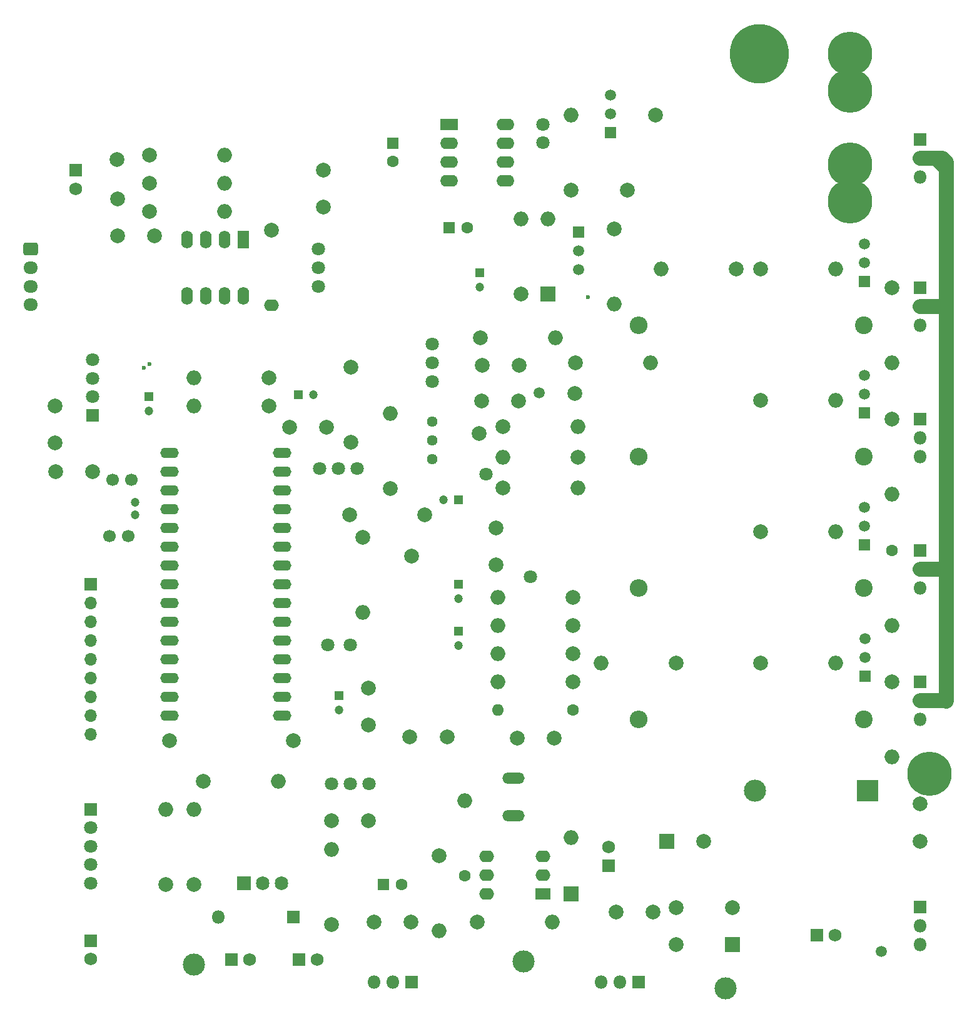
<source format=gbr>
%TF.GenerationSoftware,KiCad,Pcbnew,7.0.9-7.0.9~ubuntu23.04.1*%
%TF.CreationDate,2024-01-04T09:07:39+01:00*%
%TF.ProjectId,Electronic_DC_Load,456c6563-7472-46f6-9e69-635f44435f4c,rev?*%
%TF.SameCoordinates,Original*%
%TF.FileFunction,Copper,L2,Inr*%
%TF.FilePolarity,Positive*%
%FSLAX46Y46*%
G04 Gerber Fmt 4.6, Leading zero omitted, Abs format (unit mm)*
G04 Created by KiCad (PCBNEW 7.0.9-7.0.9~ubuntu23.04.1) date 2024-01-04 09:07:39*
%MOMM*%
%LPD*%
G01*
G04 APERTURE LIST*
G04 Aperture macros list*
%AMRoundRect*
0 Rectangle with rounded corners*
0 $1 Rounding radius*
0 $2 $3 $4 $5 $6 $7 $8 $9 X,Y pos of 4 corners*
0 Add a 4 corners polygon primitive as box body*
4,1,4,$2,$3,$4,$5,$6,$7,$8,$9,$2,$3,0*
0 Add four circle primitives for the rounded corners*
1,1,$1+$1,$2,$3*
1,1,$1+$1,$4,$5*
1,1,$1+$1,$6,$7*
1,1,$1+$1,$8,$9*
0 Add four rect primitives between the rounded corners*
20,1,$1+$1,$2,$3,$4,$5,0*
20,1,$1+$1,$4,$5,$6,$7,0*
20,1,$1+$1,$6,$7,$8,$9,0*
20,1,$1+$1,$8,$9,$2,$3,0*%
G04 Aperture macros list end*
%TA.AperFunction,ComponentPad*%
%ADD10RoundRect,0.250000X-0.725000X0.600000X-0.725000X-0.600000X0.725000X-0.600000X0.725000X0.600000X0*%
%TD*%
%TA.AperFunction,ComponentPad*%
%ADD11O,1.950000X1.700000*%
%TD*%
%TA.AperFunction,ComponentPad*%
%ADD12R,2.000000X2.000000*%
%TD*%
%TA.AperFunction,ComponentPad*%
%ADD13C,2.000000*%
%TD*%
%TA.AperFunction,ComponentPad*%
%ADD14C,1.800000*%
%TD*%
%TA.AperFunction,ComponentPad*%
%ADD15R,1.600000X1.600000*%
%TD*%
%TA.AperFunction,ComponentPad*%
%ADD16C,1.600000*%
%TD*%
%TA.AperFunction,ComponentPad*%
%ADD17R,1.200000X1.200000*%
%TD*%
%TA.AperFunction,ComponentPad*%
%ADD18C,1.200000*%
%TD*%
%TA.AperFunction,ComponentPad*%
%ADD19C,1.700000*%
%TD*%
%TA.AperFunction,ComponentPad*%
%ADD20O,2.000000X2.000000*%
%TD*%
%TA.AperFunction,ComponentPad*%
%ADD21R,3.000000X3.000000*%
%TD*%
%TA.AperFunction,ComponentPad*%
%ADD22O,3.000000X3.000000*%
%TD*%
%TA.AperFunction,ComponentPad*%
%ADD23R,1.800000X1.800000*%
%TD*%
%TA.AperFunction,ComponentPad*%
%ADD24O,1.800000X1.800000*%
%TD*%
%TA.AperFunction,ComponentPad*%
%ADD25C,6.000000*%
%TD*%
%TA.AperFunction,ComponentPad*%
%ADD26O,3.010000X1.510000*%
%TD*%
%TA.AperFunction,ComponentPad*%
%ADD27R,1.750000X1.750000*%
%TD*%
%TA.AperFunction,ComponentPad*%
%ADD28C,1.750000*%
%TD*%
%TA.AperFunction,ComponentPad*%
%ADD29C,3.000000*%
%TD*%
%TA.AperFunction,ComponentPad*%
%ADD30C,8.000000*%
%TD*%
%TA.AperFunction,ComponentPad*%
%ADD31R,1.900000X1.900000*%
%TD*%
%TA.AperFunction,ComponentPad*%
%ADD32O,1.800000X1.900000*%
%TD*%
%TA.AperFunction,ComponentPad*%
%ADD33O,2.000000X1.600000*%
%TD*%
%TA.AperFunction,ComponentPad*%
%ADD34C,2.400000*%
%TD*%
%TA.AperFunction,ComponentPad*%
%ADD35O,2.400000X2.400000*%
%TD*%
%TA.AperFunction,ComponentPad*%
%ADD36R,2.000000X1.600000*%
%TD*%
%TA.AperFunction,ComponentPad*%
%ADD37R,1.600000X2.400000*%
%TD*%
%TA.AperFunction,ComponentPad*%
%ADD38O,1.600000X2.400000*%
%TD*%
%TA.AperFunction,ComponentPad*%
%ADD39R,2.400000X1.600000*%
%TD*%
%TA.AperFunction,ComponentPad*%
%ADD40O,2.400000X1.600000*%
%TD*%
%TA.AperFunction,ComponentPad*%
%ADD41O,2.500000X1.400000*%
%TD*%
%TA.AperFunction,ComponentPad*%
%ADD42R,1.520000X1.520000*%
%TD*%
%TA.AperFunction,ComponentPad*%
%ADD43C,1.520000*%
%TD*%
%TA.AperFunction,ComponentPad*%
%ADD44C,1.500000*%
%TD*%
%TA.AperFunction,ComponentPad*%
%ADD45O,1.600000X1.600000*%
%TD*%
%TA.AperFunction,ComponentPad*%
%ADD46C,1.440000*%
%TD*%
%TA.AperFunction,ComponentPad*%
%ADD47R,1.700000X1.700000*%
%TD*%
%TA.AperFunction,ComponentPad*%
%ADD48O,1.700000X1.700000*%
%TD*%
%TA.AperFunction,ViaPad*%
%ADD49C,1.500000*%
%TD*%
%TA.AperFunction,ViaPad*%
%ADD50C,0.600000*%
%TD*%
%TA.AperFunction,Conductor*%
%ADD51C,2.000000*%
%TD*%
%TA.AperFunction,Conductor*%
%ADD52C,1.000000*%
%TD*%
%TA.AperFunction,Conductor*%
%ADD53C,1.500000*%
%TD*%
G04 APERTURE END LIST*
D10*
%TO.N,Net-(J17-Pin_1)*%
%TO.C,J17*%
X46228000Y-62629400D03*
D11*
%TO.N,Net-(J17-Pin_2)*%
X46228000Y-65129400D03*
%TO.N,+5V*%
X46228000Y-67629400D03*
%TO.N,GNDPWR*%
X46228000Y-70129400D03*
%TD*%
D12*
%TO.N,Net-(U1-IN)*%
%TO.C,C1*%
X141224000Y-156718000D03*
D13*
%TO.N,GNDPWR*%
X141224000Y-151718000D03*
%TD*%
%TO.N,Net-(U1-IN)*%
%TO.C,C2*%
X133604000Y-156718000D03*
%TO.N,GNDPWR*%
X133604000Y-151718000D03*
%TD*%
D14*
%TO.N,+5V*%
%TO.C,C3*%
X115570000Y-45720000D03*
%TO.N,Net-(U12-OSC)*%
X115570000Y-48220000D03*
%TD*%
D15*
%TO.N,Net-(U12-CAP+)*%
%TO.C,C4*%
X95250000Y-48260000D03*
D16*
%TO.N,Net-(U12-CAP-)*%
X95250000Y-50760000D03*
%TD*%
D13*
%TO.N,+12V*%
%TO.C,C5*%
X125490600Y-152349200D03*
%TO.N,GNDPWR*%
X130490600Y-152349200D03*
%TD*%
D12*
%TO.N,+12V*%
%TO.C,C6*%
X132334000Y-142748000D03*
D13*
%TO.N,GNDPWR*%
X137334000Y-142748000D03*
%TD*%
%TO.N,+5V*%
%TO.C,C7*%
X92710000Y-153670000D03*
%TO.N,GNDPWR*%
X97710000Y-153670000D03*
%TD*%
D15*
%TO.N,+5V*%
%TO.C,C8*%
X93980000Y-148590000D03*
D16*
%TO.N,GNDPWR*%
X96480000Y-148590000D03*
%TD*%
D13*
%TO.N,+5V*%
%TO.C,C9*%
X81280000Y-86741000D03*
%TO.N,GNDPWR*%
X86280000Y-86741000D03*
%TD*%
D17*
%TO.N,+5V*%
%TO.C,C10*%
X82486500Y-82296000D03*
D18*
%TO.N,GNDPWR*%
X84486500Y-82296000D03*
%TD*%
D13*
%TO.N,+5V*%
%TO.C,C11*%
X49530000Y-83820000D03*
%TO.N,GNDPWR*%
X49530000Y-88820000D03*
%TD*%
%TO.N,+5V*%
%TO.C,C12*%
X92000000Y-122000000D03*
%TO.N,GNDPWR*%
X92000000Y-127000000D03*
%TD*%
D17*
%TO.N,+5V*%
%TO.C,C13*%
X62230000Y-82550000D03*
D18*
%TO.N,GNDPWR*%
X62230000Y-84550000D03*
%TD*%
D17*
%TO.N,+5V*%
%TO.C,C14*%
X88000000Y-123000000D03*
D18*
%TO.N,GNDPWR*%
X88000000Y-125000000D03*
%TD*%
D13*
%TO.N,Net-(U6-CH1+)*%
%TO.C,C15*%
X97599500Y-128587500D03*
%TO.N,GNDPWR*%
X102599500Y-128587500D03*
%TD*%
%TO.N,Net-(U7B-+)*%
%TO.C,C16*%
X112395000Y-78295500D03*
%TO.N,GNDPWR*%
X107395000Y-78295500D03*
%TD*%
%TO.N,Net-(U6-CH2+)*%
%TO.C,C17*%
X117094000Y-128778000D03*
%TO.N,GNDPWR*%
X112094000Y-128778000D03*
%TD*%
%TO.N,+5V*%
%TO.C,C18*%
X109220000Y-100330000D03*
%TO.N,GNDPWR*%
X109220000Y-105330000D03*
%TD*%
%TO.N,Net-(C19-Pad1)*%
%TO.C,C19*%
X107315000Y-83185000D03*
%TO.N,Net-(C19-Pad2)*%
X112315000Y-83185000D03*
%TD*%
D17*
%TO.N,+5V*%
%TO.C,C20*%
X104140000Y-96520000D03*
D18*
%TO.N,GNDPWR*%
X102140000Y-96520000D03*
%TD*%
D13*
%TO.N,GNDPWR*%
%TO.C,C21*%
X54610000Y-92710000D03*
%TO.N,+5V*%
X49610000Y-92710000D03*
%TD*%
D19*
%TO.N,GNDPWR*%
%TO.C,C22*%
X59436000Y-101473000D03*
%TO.N,Net-(U8-X1)*%
X56936000Y-101473000D03*
%TD*%
%TO.N,GNDPWR*%
%TO.C,C23*%
X59847800Y-93827600D03*
%TO.N,Net-(U8-X2)*%
X57347800Y-93827600D03*
%TD*%
D17*
%TO.N,+5V*%
%TO.C,C24*%
X104140000Y-114300000D03*
D18*
%TO.N,GNDPWR*%
X104140000Y-116300000D03*
%TD*%
D17*
%TO.N,+4.096V*%
%TO.C,C25*%
X104140000Y-107950000D03*
D18*
%TO.N,GNDPWR*%
X104140000Y-109950000D03*
%TD*%
D15*
%TO.N,GNDPWR*%
%TO.C,C26*%
X102870000Y-59690000D03*
D16*
%TO.N,-5V*%
X105370000Y-59690000D03*
%TD*%
D13*
%TO.N,-5V*%
%TO.C,C27*%
X63053600Y-60833000D03*
%TO.N,GNDPWR*%
X58053600Y-60833000D03*
%TD*%
%TO.N,Net-(C28-Pad1)*%
%TO.C,C28*%
X92000000Y-140000000D03*
%TO.N,Net-(C28-Pad2)*%
X87000000Y-140000000D03*
%TD*%
%TO.N,+5V*%
%TO.C,C29*%
X85852000Y-56896000D03*
%TO.N,GNDPWR*%
X85852000Y-51896000D03*
%TD*%
D12*
%TO.N,Net-(D1-K)*%
%TO.C,D1*%
X116268500Y-68707000D03*
D20*
%TO.N,GNDPWR*%
X116268500Y-58547000D03*
%TD*%
D21*
%TO.N,GNDPWR*%
%TO.C,D3*%
X159512000Y-135890000D03*
D22*
%TO.N,Net-(D3-A)*%
X144272000Y-135890000D03*
%TD*%
D12*
%TO.N,Net-(D4-K)*%
%TO.C,D4*%
X119380000Y-149860000D03*
D20*
%TO.N,Net-(D4-A)*%
X119380000Y-142240000D03*
%TD*%
D23*
%TO.N,Net-(D5-A-Pad1)*%
%TO.C,D5*%
X166624000Y-47752000D03*
D24*
%TO.N,Net-(D5-K)*%
X166624000Y-50292000D03*
%TO.N,Net-(D5-A-Pad1)*%
X166624000Y-52832000D03*
%TD*%
D25*
%TO.N,Net-(F1-Pad1)*%
%TO.C,F1*%
X157200000Y-36170000D03*
X157200000Y-41170000D03*
%TO.N,Net-(D5-A-Pad1)*%
X157200000Y-51170000D03*
X157200000Y-56170000D03*
%TD*%
D26*
%TO.N,Net-(J1-Pad1)*%
%TO.C,J1*%
X111633000Y-139319000D03*
%TO.N,GNDPWR*%
X111633000Y-134239000D03*
%TD*%
D27*
%TO.N,Net-(U1-IN)*%
%TO.C,J2*%
X152654000Y-155448000D03*
D28*
%TO.N,GNDPWR*%
X155154000Y-155448000D03*
%TD*%
D29*
%TO.N,+5V*%
%TO.C,J3*%
X68340000Y-159480000D03*
%TD*%
%TO.N,GNDPWR*%
%TO.C,J4*%
X140320000Y-162690000D03*
%TD*%
%TO.N,+12V*%
%TO.C,J5*%
X113000000Y-159000000D03*
%TD*%
D27*
%TO.N,Net-(J6-Pad1)*%
%TO.C,J6*%
X82550000Y-158750000D03*
D28*
%TO.N,+5V*%
X85050000Y-158750000D03*
%TD*%
D13*
%TO.N,+4.096V*%
%TO.C,J7*%
X97790000Y-104140000D03*
%TD*%
D27*
%TO.N,Net-(J8-Pad1)*%
%TO.C,J8*%
X124460000Y-146050000D03*
D28*
%TO.N,Net-(D4-A)*%
X124460000Y-143550000D03*
%TD*%
D13*
%TO.N,Net-(U7B-+)*%
%TO.C,J9*%
X119888000Y-82169000D03*
%TD*%
%TO.N,Net-(C19-Pad1)*%
%TO.C,J10*%
X106997500Y-87566500D03*
%TD*%
%TO.N,-5V*%
%TO.C,J11*%
X127000000Y-54610000D03*
%TD*%
%TO.N,-2V5*%
%TO.C,J12*%
X130810000Y-44450000D03*
%TD*%
D27*
%TO.N,+12V*%
%TO.C,J13*%
X73406000Y-158750000D03*
D28*
%TO.N,Net-(D2-A)*%
X75906000Y-158750000D03*
%TD*%
D23*
%TO.N,GNDPWR*%
%TO.C,LCD1*%
X54610000Y-85090000D03*
D14*
%TO.N,+5V*%
X54610000Y-82590000D03*
%TO.N,Net-(LCD1-SDA)*%
X54610000Y-80090000D03*
%TO.N,Net-(LCD1-SCL)*%
X54610000Y-77590000D03*
%TD*%
D30*
%TO.N,Net-(F1-Pad1)*%
%TO.C,P5*%
X144880000Y-36170000D03*
%TD*%
D25*
%TO.N,GNDPWR*%
%TO.C,P6*%
X167957500Y-133604000D03*
%TD*%
D13*
%TO.N,Net-(J15-Pad2)*%
%TO.C,P7*%
X58039000Y-55816500D03*
%TD*%
%TO.N,Net-(J15-Pad1)*%
%TO.C,P8*%
X57975500Y-50482500D03*
%TD*%
D31*
%TO.N,Net-(Q1-B)*%
%TO.C,Q1*%
X75120500Y-148463000D03*
D32*
%TO.N,Net-(D2-A)*%
X77660500Y-148463000D03*
%TO.N,GNDPWR*%
X80200500Y-148463000D03*
%TD*%
D23*
%TO.N,Net-(Q2-G)*%
%TO.C,Q2*%
X166624000Y-67818000D03*
D24*
%TO.N,Net-(D5-K)*%
X166624000Y-70358000D03*
%TO.N,Net-(Q2-S)*%
X166624000Y-72898000D03*
%TD*%
D23*
%TO.N,Net-(Q3-G)*%
%TO.C,Q3*%
X166624000Y-85598000D03*
D24*
%TO.N,Net-(D5-K)*%
X166624000Y-88138000D03*
%TO.N,Net-(Q3-S)*%
X166624000Y-90678000D03*
%TD*%
D23*
%TO.N,Net-(Q4-G)*%
%TO.C,Q4*%
X166624000Y-103378000D03*
D24*
%TO.N,Net-(D5-K)*%
X166624000Y-105918000D03*
%TO.N,Net-(Q4-S)*%
X166624000Y-108458000D03*
%TD*%
D23*
%TO.N,Net-(Q5-G)*%
%TO.C,Q5*%
X166624000Y-121158000D03*
D24*
%TO.N,Net-(D5-K)*%
X166624000Y-123698000D03*
%TO.N,Net-(Q5-S)*%
X166624000Y-126238000D03*
%TD*%
D13*
%TO.N,+5V*%
%TO.C,R1*%
X64516000Y-148590000D03*
D20*
%TO.N,Net-(SW1-A)*%
X64516000Y-138430000D03*
%TD*%
D13*
%TO.N,+5V*%
%TO.C,R2*%
X68326000Y-148590000D03*
D20*
%TO.N,Net-(SW1-B)*%
X68326000Y-138430000D03*
%TD*%
D13*
%TO.N,Net-(U3-(int3)#D3)*%
%TO.C,R3*%
X69596000Y-134620000D03*
D20*
%TO.N,Net-(Q1-B)*%
X79756000Y-134620000D03*
%TD*%
D13*
%TO.N,Net-(U5-OUT)*%
%TO.C,R4*%
X94932500Y-94996000D03*
D20*
%TO.N,GNDPWR*%
X94932500Y-84836000D03*
%TD*%
D13*
%TO.N,Net-(U7C--)*%
%TO.C,R5*%
X119634000Y-117348000D03*
D20*
%TO.N,Net-(U6-CH1+)*%
X109474000Y-117348000D03*
%TD*%
D13*
%TO.N,Net-(U7B-+)*%
%TO.C,R6*%
X110172500Y-94932500D03*
D20*
%TO.N,Net-(U7A--)*%
X120332500Y-94932500D03*
%TD*%
D13*
%TO.N,LoadOff*%
%TO.C,R7*%
X120000000Y-78000000D03*
D20*
%TO.N,Net-(D3-A)*%
X130160000Y-78000000D03*
%TD*%
D13*
%TO.N,Net-(C19-Pad2)*%
%TO.C,R8*%
X110172500Y-86614000D03*
D20*
%TO.N,LoadOff*%
X120332500Y-86614000D03*
%TD*%
D13*
%TO.N,Net-(U6-CH2+)*%
%TO.C,R9*%
X119634000Y-113538000D03*
D20*
%TO.N,Net-(U7D--)*%
X109474000Y-113538000D03*
%TD*%
D13*
%TO.N,Net-(Q6-E)*%
%TO.C,R10*%
X162814000Y-67818000D03*
D20*
%TO.N,-5V*%
X162814000Y-77978000D03*
%TD*%
D13*
%TO.N,Net-(U7C-+)*%
%TO.C,R11*%
X119634000Y-121158000D03*
D20*
%TO.N,GNDPWR*%
X109474000Y-121158000D03*
%TD*%
D13*
%TO.N,Net-(Q7-E)*%
%TO.C,R12*%
X162814000Y-85598000D03*
D20*
%TO.N,-5V*%
X162814000Y-95758000D03*
%TD*%
D13*
%TO.N,Net-(R13-Pad1)*%
%TO.C,R13*%
X78867000Y-60071000D03*
D33*
%TO.N,Net-(U7C-+)*%
X78867000Y-70231000D03*
%TD*%
D13*
%TO.N,Net-(U7B-+)*%
%TO.C,R14*%
X120332500Y-90805000D03*
D20*
%TO.N,Net-(R14-Pad2)*%
X110172500Y-90805000D03*
%TD*%
D13*
%TO.N,Net-(R15-Pad1)*%
%TO.C,R15*%
X141757400Y-65278000D03*
D20*
%TO.N,Net-(C19-Pad1)*%
X131597400Y-65278000D03*
%TD*%
D13*
%TO.N,Net-(D3-A)*%
%TO.C,R16*%
X119634000Y-109728000D03*
D20*
%TO.N,Net-(U7D-+)*%
X109474000Y-109728000D03*
%TD*%
D13*
%TO.N,Net-(D3-A)*%
%TO.C,R17*%
X166624000Y-142748000D03*
%TO.N,GNDPWR*%
X166624000Y-137668000D03*
%TD*%
%TO.N,+4.096V*%
%TO.C,R18*%
X91249500Y-101600000D03*
D20*
%TO.N,Net-(U5-A0)*%
X91249500Y-111760000D03*
%TD*%
D13*
%TO.N,+5V*%
%TO.C,R19*%
X78486000Y-83820000D03*
D20*
%TO.N,Net-(LCD1-SDA)*%
X68326000Y-83820000D03*
%TD*%
D13*
%TO.N,+5V*%
%TO.C,R20*%
X78486000Y-80010000D03*
D20*
%TO.N,Net-(LCD1-SCL)*%
X68326000Y-80010000D03*
%TD*%
D13*
%TO.N,Net-(D4-K)*%
%TO.C,R21*%
X106680000Y-153670000D03*
D20*
%TO.N,Net-(J8-Pad1)*%
X116840000Y-153670000D03*
%TD*%
D34*
%TO.N,Net-(Q2-S)*%
%TO.C,R22*%
X159004000Y-72898000D03*
D35*
%TO.N,Net-(D3-A)*%
X128524000Y-72898000D03*
%TD*%
D34*
%TO.N,Net-(Q3-S)*%
%TO.C,R23*%
X159004000Y-90678000D03*
D35*
%TO.N,Net-(D3-A)*%
X128524000Y-90678000D03*
%TD*%
D34*
%TO.N,Net-(Q4-S)*%
%TO.C,R24*%
X159004000Y-108458000D03*
D35*
%TO.N,Net-(D3-A)*%
X128524000Y-108458000D03*
%TD*%
D34*
%TO.N,Net-(Q5-S)*%
%TO.C,R25*%
X159004000Y-126238000D03*
D35*
%TO.N,Net-(D3-A)*%
X128524000Y-126238000D03*
%TD*%
D16*
%TO.N,Net-(Q8-E)*%
%TO.C,R26*%
X162814000Y-103378000D03*
D20*
%TO.N,-5V*%
X162814000Y-113538000D03*
%TD*%
D13*
%TO.N,Net-(C28-Pad1)*%
%TO.C,R27*%
X101570000Y-144740000D03*
D20*
%TO.N,GNDPWR*%
X101570000Y-154900000D03*
%TD*%
D13*
%TO.N,Net-(J6-Pad1)*%
%TO.C,R28*%
X87000000Y-154000000D03*
D20*
%TO.N,Net-(C28-Pad2)*%
X87000000Y-143840000D03*
%TD*%
D16*
%TO.N,+5V*%
%TO.C,R29*%
X105029000Y-147383500D03*
D20*
%TO.N,Net-(U3-A2)*%
X105029000Y-137223500D03*
%TD*%
D13*
%TO.N,-5V*%
%TO.C,R30*%
X119380000Y-54610000D03*
D20*
%TO.N,-2V5*%
X119380000Y-44450000D03*
%TD*%
D13*
%TO.N,GNDPWR*%
%TO.C,R31*%
X62357000Y-53721000D03*
D20*
%TO.N,Net-(R31-Pad2)*%
X72517000Y-53721000D03*
%TD*%
D13*
%TO.N,Net-(Q9-E)*%
%TO.C,R32*%
X162814000Y-121158000D03*
D20*
%TO.N,-5V*%
X162814000Y-131318000D03*
%TD*%
D13*
%TO.N,Net-(J15-Pad2)*%
%TO.C,R33*%
X62357000Y-57531000D03*
D20*
%TO.N,Net-(R13-Pad1)*%
X72517000Y-57531000D03*
%TD*%
D13*
%TO.N,Net-(J15-Pad1)*%
%TO.C,R34*%
X62357000Y-49911000D03*
D20*
%TO.N,Net-(R31-Pad2)*%
X72517000Y-49911000D03*
%TD*%
D13*
%TO.N,Net-(R15-Pad1)*%
%TO.C,R35*%
X145034000Y-65278000D03*
D20*
%TO.N,Net-(Q2-G)*%
X155194000Y-65278000D03*
%TD*%
D13*
%TO.N,Net-(R15-Pad1)*%
%TO.C,R36*%
X145034000Y-83058000D03*
D20*
%TO.N,Net-(Q3-G)*%
X155194000Y-83058000D03*
%TD*%
D13*
%TO.N,Net-(R15-Pad1)*%
%TO.C,R37*%
X145034000Y-100838000D03*
D20*
%TO.N,Net-(Q4-G)*%
X155194000Y-100838000D03*
%TD*%
D13*
%TO.N,Net-(R15-Pad1)*%
%TO.C,R38*%
X145034000Y-118618000D03*
D20*
%TO.N,Net-(Q5-G)*%
X155194000Y-118618000D03*
%TD*%
D13*
%TO.N,-5V*%
%TO.C,R39*%
X133604000Y-118618000D03*
D20*
%TO.N,Net-(U6-CH2+)*%
X123444000Y-118618000D03*
%TD*%
D13*
%TO.N,Net-(R40-Pad1)*%
%TO.C,R40*%
X107124500Y-74612500D03*
D20*
%TO.N,LoadOff*%
X117284500Y-74612500D03*
%TD*%
D13*
%TO.N,Net-(D1-K)*%
%TO.C,R41*%
X112649000Y-68707000D03*
D20*
%TO.N,GNDPWR*%
X112649000Y-58547000D03*
%TD*%
D13*
%TO.N,Net-(Q10-E)*%
%TO.C,R42*%
X125222000Y-59880500D03*
D20*
%TO.N,LoadOff*%
X125222000Y-70040500D03*
%TD*%
D14*
%TO.N,Net-(C28-Pad2)*%
%TO.C,RV1*%
X87000000Y-135000000D03*
%TO.N,GNDPWR*%
X89540000Y-135000000D03*
X92080000Y-135000000D03*
%TD*%
%TO.N,Net-(RV2-Pad1)*%
%TO.C,RV2*%
X85217000Y-67691000D03*
%TO.N,+5V*%
X85217000Y-65151000D03*
%TO.N,Net-(RV2-Pad3)*%
X85217000Y-62611000D03*
%TD*%
%TO.N,-2V5*%
%TO.C,RV3*%
X100584000Y-75438000D03*
%TO.N,Net-(R40-Pad1)*%
X100584000Y-77978000D03*
%TO.N,+4.096V*%
X100584000Y-80518000D03*
%TD*%
D23*
%TO.N,Net-(SW1-A)*%
%TO.C,SW1*%
X54356000Y-138430000D03*
D14*
%TO.N,GNDPWR*%
X54356000Y-140930000D03*
%TO.N,Net-(SW1-B)*%
X54356000Y-143430000D03*
%TO.N,GNDPWR*%
X54356000Y-145930000D03*
%TO.N,Net-(U3-A3)*%
X54356000Y-148430000D03*
%TD*%
D27*
%TO.N,GNDPWR*%
%TO.C,SW2*%
X54356000Y-156210000D03*
D28*
%TO.N,Net-(U3-A1)*%
X54356000Y-158710000D03*
%TD*%
D23*
%TO.N,+5V*%
%TO.C,U4*%
X166624000Y-151638000D03*
D24*
%TO.N,GNDPWR*%
X166624000Y-154178000D03*
%TO.N,Net-(U3-A6)*%
X166624000Y-156718000D03*
%TD*%
D36*
%TO.N,Net-(D4-K)*%
%TO.C,U10*%
X115570000Y-149860000D03*
D33*
%TO.N,Net-(D4-A)*%
X115570000Y-147320000D03*
%TO.N,unconnected-(U10-NC-Pad3)*%
X115570000Y-144780000D03*
%TO.N,Net-(C28-Pad1)*%
X107950000Y-144780000D03*
%TO.N,+5V*%
X107950000Y-147320000D03*
%TO.N,unconnected-(U10-Pad6)*%
X107950000Y-149860000D03*
%TD*%
D37*
%TO.N,Net-(RV2-Pad3)*%
%TO.C,U13*%
X75057000Y-61341000D03*
D38*
%TO.N,Net-(R13-Pad1)*%
X72517000Y-61341000D03*
%TO.N,Net-(R31-Pad2)*%
X69977000Y-61341000D03*
%TO.N,-5V*%
X67437000Y-61341000D03*
%TO.N,N/C*%
X67437000Y-68961000D03*
%TO.N,Net-(U7C-+)*%
X69977000Y-68961000D03*
%TO.N,+5V*%
X72517000Y-68961000D03*
%TO.N,Net-(RV2-Pad1)*%
X75057000Y-68961000D03*
%TD*%
D18*
%TO.N,Net-(U8-X2)*%
%TO.C,Y1*%
X60388500Y-96837500D03*
%TO.N,Net-(U8-X1)*%
X60388500Y-98537500D03*
%TD*%
D39*
%TO.N,unconnected-(U12-NC-Pad1)*%
%TO.C,U12*%
X102870000Y-45720000D03*
D40*
%TO.N,Net-(U12-CAP+)*%
X102870000Y-48260000D03*
%TO.N,GNDPWR*%
X102870000Y-50800000D03*
%TO.N,Net-(U12-CAP-)*%
X102870000Y-53340000D03*
%TO.N,-5V*%
X110490000Y-53340000D03*
%TO.N,unconnected-(U12-LV-Pad6)*%
X110490000Y-50800000D03*
%TO.N,Net-(U12-OSC)*%
X110490000Y-48260000D03*
%TO.N,+5V*%
X110490000Y-45720000D03*
%TD*%
D23*
%TO.N,Net-(U1-IN)*%
%TO.C,U1*%
X128524000Y-161798000D03*
D24*
%TO.N,GNDPWR*%
X125984000Y-161798000D03*
%TO.N,+12V*%
X123444000Y-161798000D03*
%TD*%
D23*
%TO.N,+12V*%
%TO.C,U2*%
X97790000Y-161800000D03*
D24*
%TO.N,GNDPWR*%
X95250000Y-161800000D03*
%TO.N,+5V*%
X92710000Y-161800000D03*
%TD*%
D41*
%TO.N,Net-(J17-Pin_2)*%
%TO.C,U3*%
X65024000Y-90170000D03*
%TO.N,Net-(J17-Pin_1)*%
X65024000Y-92710000D03*
%TO.N,unconnected-(U3-RST-Pad3)*%
X65024000Y-95250000D03*
%TO.N,GNDPWR*%
X65024000Y-97790000D03*
%TO.N,Net-(SW1-B)*%
X65024000Y-100330000D03*
%TO.N,Net-(U3-(int3)#D3)*%
X65024000Y-102870000D03*
%TO.N,Net-(SW1-A)*%
X65024000Y-105410000D03*
%TO.N,Net-(KP1-R1)*%
X65024000Y-107950000D03*
%TO.N,Net-(KP1-R2)*%
X65024000Y-110490000D03*
%TO.N,Net-(KP1-R3)*%
X65024000Y-113030000D03*
%TO.N,Net-(KP1-R4)*%
X65024000Y-115570000D03*
%TO.N,Net-(KP1-C1)*%
X65024000Y-118110000D03*
%TO.N,Net-(KP1-C2)*%
X65024000Y-120650000D03*
%TO.N,Net-(KP1-C3)*%
X65024000Y-123190000D03*
%TO.N,Net-(KP1-C4)*%
X65024000Y-125730000D03*
%TO.N,unconnected-(U3-(led)(SCK)D13-Pad16)*%
X80264000Y-125730000D03*
%TO.N,unconnected-(U3-3V3-Pad17)*%
X80264000Y-123190000D03*
%TO.N,unconnected-(U3-Aref-Pad18)*%
X80264000Y-120650000D03*
%TO.N,Net-(U3-A0)*%
X80264000Y-118110000D03*
%TO.N,Net-(U3-A1)*%
X80264000Y-115570000D03*
%TO.N,Net-(U3-A2)*%
X80264000Y-113030000D03*
%TO.N,Net-(U3-A3)*%
X80264000Y-110490000D03*
%TO.N,Net-(LCD1-SDA)*%
X80264000Y-107950000D03*
%TO.N,Net-(LCD1-SCL)*%
X80264000Y-105410000D03*
%TO.N,Net-(U3-A6)*%
X80264000Y-102870000D03*
%TO.N,unconnected-(U3-A7-Pad26)*%
X80264000Y-100330000D03*
%TO.N,+5V*%
X80264000Y-97790000D03*
%TO.N,unconnected-(U3-RST-Pad28)*%
X80264000Y-95250000D03*
%TO.N,GNDPWR*%
X80264000Y-92710000D03*
%TO.N,unconnected-(U3-Vin-Pad30)*%
X80264000Y-90170000D03*
%TD*%
D13*
%TO.N,Net-(U3-A0)*%
%TO.C,J14*%
X81788000Y-129159000D03*
%TD*%
D42*
%TO.N,Net-(Q10-E)*%
%TO.C,Q10*%
X120396000Y-60261500D03*
D43*
%TO.N,Net-(D1-K)*%
X120396000Y-62801500D03*
%TO.N,+5V*%
X120396000Y-65341500D03*
%TD*%
D23*
%TO.N,+12V*%
%TO.C,D2*%
X81788000Y-153035000D03*
D24*
%TO.N,Net-(D2-A)*%
X71628000Y-153035000D03*
%TD*%
D14*
%TO.N,Net-(LCD1-SDA)*%
%TO.C,TP1*%
X89535000Y-116205000D03*
%TD*%
%TO.N,Net-(LCD1-SCL)*%
%TO.C,TP2*%
X86487000Y-116205000D03*
%TD*%
D44*
%TO.N,Net-(U5-OUT)*%
%TO.C,TP3*%
X115125500Y-82042000D03*
%TD*%
D14*
%TO.N,+5V*%
%TO.C,TP4*%
X107886500Y-93027500D03*
%TD*%
%TO.N,GNDPWR*%
%TO.C,TP5*%
X113919000Y-106934000D03*
%TD*%
D42*
%TO.N,Net-(Q6-E)*%
%TO.C,Q6*%
X159131000Y-66992500D03*
D43*
%TO.N,Net-(Q2-S)*%
X159131000Y-64452500D03*
%TO.N,Net-(Q2-G)*%
X159131000Y-61912500D03*
%TD*%
D42*
%TO.N,Net-(Q7-E)*%
%TO.C,Q7*%
X159131000Y-84772500D03*
D43*
%TO.N,Net-(Q3-S)*%
X159131000Y-82232500D03*
%TO.N,Net-(Q3-G)*%
X159131000Y-79692500D03*
%TD*%
D42*
%TO.N,Net-(Q8-E)*%
%TO.C,Q8*%
X159131000Y-102616000D03*
D43*
%TO.N,Net-(Q4-S)*%
X159131000Y-100076000D03*
%TO.N,Net-(Q4-G)*%
X159131000Y-97536000D03*
%TD*%
D42*
%TO.N,Net-(Q9-E)*%
%TO.C,Q9*%
X159194500Y-120396000D03*
D43*
%TO.N,Net-(Q5-S)*%
X159194500Y-117856000D03*
%TO.N,Net-(Q5-G)*%
X159194500Y-115316000D03*
%TD*%
D42*
%TO.N,GNDPWR*%
%TO.C,U14*%
X124714000Y-46863000D03*
D43*
%TO.N,-2V5*%
X124714000Y-44323000D03*
%TO.N,GNDPWR*%
X124714000Y-41783000D03*
%TD*%
D16*
%TO.N,-5V*%
%TO.C,R43*%
X119634000Y-124968000D03*
D45*
%TO.N,Net-(U6-CH1+)*%
X109474000Y-124968000D03*
%TD*%
D27*
%TO.N,Net-(J15-Pad1)*%
%TO.C,J15*%
X52387500Y-51943000D03*
D28*
%TO.N,Net-(J15-Pad2)*%
X52387500Y-54443000D03*
%TD*%
D46*
%TO.N,Net-(R14-Pad2)*%
%TO.C,RV4*%
X100584000Y-85979000D03*
%TO.N,GNDPWR*%
X100584000Y-88519000D03*
X100584000Y-91059000D03*
%TD*%
D17*
%TO.N,+5V*%
%TO.C,C30*%
X107061000Y-65786000D03*
D18*
%TO.N,Net-(D1-K)*%
X107061000Y-67786000D03*
%TD*%
D13*
%TO.N,Net-(R44-Pad1)*%
%TO.C,R44*%
X89471500Y-98552000D03*
%TO.N,Net-(U9-Trim)*%
X99631500Y-98552000D03*
%TD*%
%TO.N,Net-(R45-Pad1)*%
%TO.C,R45*%
X89598500Y-88709500D03*
%TO.N,GNDPWR*%
X89598500Y-78549500D03*
%TD*%
D14*
%TO.N,+4.096V*%
%TO.C,RV5*%
X90424000Y-92329000D03*
%TO.N,Net-(R44-Pad1)*%
X87884000Y-92329000D03*
%TO.N,Net-(R45-Pad1)*%
X85344000Y-92329000D03*
%TD*%
D13*
%TO.N,Net-(KP1-A0)*%
%TO.C,J16*%
X65087500Y-129095500D03*
%TD*%
D47*
%TO.N,Net-(KP1-R1)*%
%TO.C,KP1*%
X54356000Y-107950000D03*
D48*
%TO.N,Net-(KP1-R2)*%
X54356000Y-110490000D03*
%TO.N,Net-(KP1-R3)*%
X54356000Y-113030000D03*
%TO.N,Net-(KP1-R4)*%
X54356000Y-115570000D03*
%TO.N,Net-(KP1-C1)*%
X54356000Y-118110000D03*
%TO.N,Net-(KP1-C2)*%
X54356000Y-120650000D03*
%TO.N,Net-(KP1-C3)*%
X54356000Y-123190000D03*
%TO.N,Net-(KP1-C4)*%
X54356000Y-125730000D03*
%TO.N,Net-(KP1-A0)*%
X54356000Y-128270000D03*
%TD*%
D49*
%TO.N,GNDPWR*%
X161391600Y-157683200D03*
D50*
%TO.N,Net-(J17-Pin_1)*%
X62357000Y-78181200D03*
%TO.N,Net-(J17-Pin_2)*%
X61569600Y-78714600D03*
%TO.N,Net-(C19-Pad1)*%
X121716800Y-69138800D03*
%TD*%
D51*
%TO.N,Net-(D5-K)*%
X170180000Y-123698000D02*
X170180000Y-123825000D01*
X170053000Y-105918000D02*
X170180000Y-105918000D01*
X170180000Y-123825000D02*
X170180000Y-105918000D01*
D52*
X170180000Y-52070000D02*
X170180000Y-69850000D01*
D51*
X170180000Y-52070000D02*
X170180000Y-105918000D01*
X166624000Y-123698000D02*
X170180000Y-123698000D01*
X170180000Y-123253500D02*
X170180000Y-50800000D01*
X170180000Y-70358000D02*
X169672000Y-70358000D01*
X166624000Y-105918000D02*
X170180000Y-105918000D01*
X170180000Y-105918000D02*
X170180000Y-106045000D01*
D53*
X168402000Y-50292000D02*
X170180000Y-52070000D01*
D51*
X169735500Y-123698000D02*
X170180000Y-123253500D01*
X166624000Y-123698000D02*
X170180000Y-123698000D01*
X166624000Y-123698000D02*
X169735500Y-123698000D01*
X166624000Y-70358000D02*
X170180000Y-70358000D01*
X170180000Y-50800000D02*
X169672000Y-50292000D01*
X169672000Y-50292000D02*
X170180000Y-50800000D01*
D52*
X170180000Y-69850000D02*
X169672000Y-70358000D01*
D53*
X166624000Y-50292000D02*
X168402000Y-50292000D01*
D51*
X170180000Y-106045000D02*
X170053000Y-105918000D01*
D52*
X168402000Y-50292000D02*
X170180000Y-52070000D01*
D51*
X170180000Y-50800000D02*
X170180000Y-52070000D01*
X169672000Y-50292000D02*
X166624000Y-50292000D01*
X166624000Y-50292000D02*
X169672000Y-50292000D01*
%TD*%
M02*

</source>
